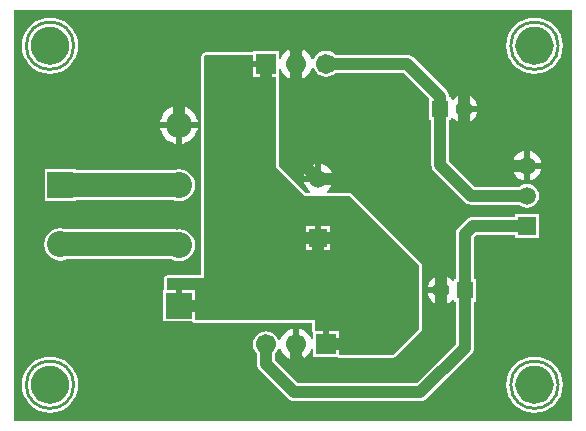
<source format=gbl>
G04 Layer_Physical_Order=2*
G04 Layer_Color=16711680*
%FSLAX23Y23*%
%MOIN*%
G70*
G01*
G75*
%ADD10C,0.010*%
%ADD11C,0.039*%
%ADD12C,0.079*%
%ADD13R,0.087X0.087*%
%ADD14C,0.087*%
%ADD15R,0.055X0.055*%
%ADD16C,0.055*%
%ADD17R,0.059X0.059*%
%ADD18C,0.059*%
%ADD19R,0.087X0.087*%
%ADD20R,0.067X0.067*%
%ADD21C,0.067*%
%ADD22C,0.059*%
%ADD23R,0.059X0.059*%
G36*
X1875Y15D02*
X15D01*
Y1385D01*
X1875D01*
Y15D01*
D02*
G37*
%LPC*%
G36*
X1020Y870D02*
X1017Y870D01*
X1005Y865D01*
X995Y857D01*
X987Y847D01*
X982Y835D01*
X982Y832D01*
X1020D01*
Y870D01*
D02*
G37*
G36*
X1773Y855D02*
X1735D01*
Y817D01*
X1738Y817D01*
X1750Y822D01*
X1760Y830D01*
X1768Y840D01*
X1773Y852D01*
X1773Y855D01*
D02*
G37*
G36*
X1715D02*
X1677D01*
X1677Y852D01*
X1682Y840D01*
X1690Y830D01*
X1700Y822D01*
X1712Y817D01*
X1715Y817D01*
Y855D01*
D02*
G37*
G36*
Y913D02*
X1712Y913D01*
X1700Y908D01*
X1690Y900D01*
X1682Y890D01*
X1677Y878D01*
X1677Y875D01*
X1715D01*
Y913D01*
D02*
G37*
G36*
X565Y854D02*
X551Y852D01*
X545Y850D01*
X223D01*
Y853D01*
X117D01*
Y747D01*
X223D01*
Y750D01*
X547D01*
X551Y748D01*
X565Y747D01*
X579Y748D01*
X592Y754D01*
X603Y762D01*
X612Y774D01*
X617Y786D01*
X619Y800D01*
X617Y814D01*
X612Y827D01*
X603Y838D01*
X592Y847D01*
X579Y852D01*
X565Y854D01*
D02*
G37*
G36*
X1040Y870D02*
Y832D01*
X1078D01*
X1078Y835D01*
X1073Y847D01*
X1065Y857D01*
X1055Y865D01*
X1043Y870D01*
X1040Y870D01*
D02*
G37*
G36*
X1430Y440D02*
X1394D01*
X1394Y438D01*
X1399Y426D01*
X1406Y416D01*
X1416Y409D01*
X1428Y404D01*
X1430Y404D01*
Y440D01*
D02*
G37*
G36*
X1750Y229D02*
X1732Y227D01*
X1714Y222D01*
X1698Y213D01*
X1683Y202D01*
X1672Y187D01*
X1663Y171D01*
X1658Y153D01*
X1656Y135D01*
X1658Y117D01*
X1663Y99D01*
X1672Y83D01*
X1683Y68D01*
X1698Y57D01*
X1714Y48D01*
X1732Y43D01*
X1750Y41D01*
X1768Y43D01*
X1786Y48D01*
X1802Y57D01*
X1817Y68D01*
X1828Y83D01*
X1837Y99D01*
X1842Y117D01*
X1844Y135D01*
X1842Y153D01*
X1837Y171D01*
X1828Y187D01*
X1817Y202D01*
X1802Y213D01*
X1786Y222D01*
X1768Y227D01*
X1750Y229D01*
D02*
G37*
G36*
X135D02*
X117Y227D01*
X99Y222D01*
X83Y213D01*
X68Y202D01*
X57Y187D01*
X48Y171D01*
X43Y153D01*
X41Y135D01*
X43Y117D01*
X48Y99D01*
X57Y83D01*
X68Y68D01*
X83Y57D01*
X99Y48D01*
X117Y43D01*
X135Y41D01*
X153Y43D01*
X171Y48D01*
X187Y57D01*
X202Y68D01*
X213Y83D01*
X222Y99D01*
X227Y117D01*
X229Y135D01*
X227Y153D01*
X222Y171D01*
X213Y187D01*
X202Y202D01*
X187Y213D01*
X171Y222D01*
X153Y227D01*
X135Y229D01*
D02*
G37*
G36*
X1765Y705D02*
X1685D01*
Y695D01*
X1545D01*
X1537Y694D01*
X1530Y691D01*
X1524Y686D01*
X1498Y660D01*
X1493Y654D01*
X1490Y646D01*
X1489Y639D01*
Y488D01*
X1481D01*
Y482D01*
X1476Y480D01*
X1474Y484D01*
X1464Y491D01*
X1452Y496D01*
X1450Y496D01*
Y450D01*
Y404D01*
X1452Y404D01*
X1464Y409D01*
X1474Y416D01*
X1476Y420D01*
X1481Y418D01*
Y412D01*
X1489D01*
Y271D01*
X1358Y140D01*
X962D01*
X885Y217D01*
Y238D01*
X886Y239D01*
X893Y248D01*
X897Y259D01*
X898Y261D01*
X903Y261D01*
X903Y256D01*
X909Y243D01*
X917Y232D01*
X928Y224D01*
X941Y218D01*
X945Y218D01*
Y270D01*
Y322D01*
X941Y322D01*
X928Y316D01*
X917Y308D01*
X909Y297D01*
X903Y284D01*
X903Y279D01*
X898Y279D01*
X897Y281D01*
X893Y292D01*
X886Y301D01*
X877Y308D01*
X866Y312D01*
X855Y314D01*
X844Y312D01*
X833Y308D01*
X824Y301D01*
X817Y292D01*
X813Y281D01*
X811Y270D01*
X813Y259D01*
X817Y248D01*
X824Y239D01*
X825Y238D01*
Y205D01*
X826Y197D01*
X829Y190D01*
X834Y184D01*
X929Y89D01*
X935Y84D01*
X942Y81D01*
X950Y80D01*
X1370D01*
X1378Y81D01*
X1385Y84D01*
X1391Y89D01*
X1540Y238D01*
X1545Y244D01*
X1546Y247D01*
X1548Y251D01*
X1549Y259D01*
Y412D01*
X1556D01*
Y488D01*
X1549D01*
Y626D01*
X1557Y635D01*
X1685D01*
Y625D01*
X1765D01*
Y705D01*
D02*
G37*
G36*
X170Y657D02*
X156Y655D01*
X143Y650D01*
X132Y641D01*
X123Y630D01*
X118Y617D01*
X116Y603D01*
X118Y589D01*
X123Y576D01*
X132Y565D01*
X143Y557D01*
X156Y551D01*
X170Y549D01*
X184Y551D01*
X189Y553D01*
X538D01*
X538Y553D01*
X551Y548D01*
X565Y546D01*
X579Y548D01*
X592Y553D01*
X603Y562D01*
X612Y573D01*
X617Y586D01*
X619Y600D01*
X617Y614D01*
X612Y626D01*
X603Y638D01*
X592Y646D01*
X579Y652D01*
X565Y653D01*
X557Y652D01*
X551Y653D01*
X189D01*
X184Y655D01*
X170Y657D01*
D02*
G37*
G36*
X1430Y496D02*
X1428Y496D01*
X1416Y491D01*
X1406Y484D01*
X1399Y474D01*
X1394Y462D01*
X1394Y460D01*
X1430D01*
Y496D01*
D02*
G37*
G36*
X1735Y913D02*
Y875D01*
X1773D01*
X1773Y878D01*
X1768Y890D01*
X1760Y900D01*
X1750Y908D01*
X1738Y913D01*
X1735Y913D01*
D02*
G37*
G36*
X945Y1257D02*
X941Y1257D01*
X928Y1251D01*
X917Y1243D01*
X909Y1232D01*
X903Y1219D01*
X898Y1220D01*
Y1248D01*
X812D01*
Y1245D01*
X655D01*
X651Y1244D01*
X648Y1242D01*
X643Y1237D01*
X641Y1234D01*
X640Y1230D01*
Y500D01*
X525D01*
X521Y499D01*
X518Y497D01*
X516Y494D01*
X515Y490D01*
Y452D01*
X512D01*
Y346D01*
X609D01*
X611Y343D01*
X614Y341D01*
X618Y340D01*
X1010D01*
Y313D01*
X1011Y310D01*
X1012Y308D01*
Y285D01*
X1007Y284D01*
X1001Y297D01*
X993Y308D01*
X982Y316D01*
X969Y322D01*
X965Y322D01*
Y270D01*
Y218D01*
X969Y218D01*
X982Y224D01*
X993Y232D01*
X1001Y243D01*
X1007Y256D01*
X1012Y255D01*
Y227D01*
X1093D01*
X1095Y226D01*
X1098Y225D01*
X1280D01*
X1284Y226D01*
X1287Y228D01*
X1372Y313D01*
X1374Y316D01*
X1375Y320D01*
Y535D01*
X1374Y539D01*
X1372Y542D01*
X1142Y772D01*
X1139Y774D01*
X1135Y775D01*
X1058D01*
X1057Y780D01*
X1065Y787D01*
X1073Y797D01*
X1078Y809D01*
X1078Y812D01*
X1030D01*
X982D01*
X982Y809D01*
X987Y797D01*
X995Y787D01*
X1003Y780D01*
X1002Y775D01*
X989D01*
X900Y864D01*
Y1162D01*
X899Y1165D01*
X898Y1167D01*
Y1190D01*
X903Y1191D01*
X909Y1178D01*
X917Y1167D01*
X928Y1159D01*
X941Y1153D01*
X945Y1153D01*
Y1205D01*
Y1257D01*
D02*
G37*
G36*
X575Y1064D02*
Y1011D01*
X627D01*
X627Y1014D01*
X623Y1025D01*
X618Y1036D01*
X610Y1046D01*
X600Y1054D01*
X589Y1060D01*
X577Y1063D01*
X575Y1064D01*
D02*
G37*
G36*
X1750Y1359D02*
X1732Y1357D01*
X1714Y1352D01*
X1698Y1343D01*
X1683Y1332D01*
X1672Y1317D01*
X1663Y1301D01*
X1658Y1283D01*
X1656Y1265D01*
X1658Y1247D01*
X1663Y1229D01*
X1672Y1213D01*
X1683Y1198D01*
X1698Y1187D01*
X1714Y1178D01*
X1732Y1173D01*
X1750Y1171D01*
X1768Y1173D01*
X1786Y1178D01*
X1802Y1187D01*
X1817Y1198D01*
X1828Y1213D01*
X1837Y1229D01*
X1842Y1247D01*
X1844Y1265D01*
X1842Y1283D01*
X1837Y1301D01*
X1828Y1317D01*
X1817Y1332D01*
X1802Y1343D01*
X1786Y1352D01*
X1768Y1357D01*
X1750Y1359D01*
D02*
G37*
G36*
X135D02*
X117Y1357D01*
X99Y1352D01*
X83Y1343D01*
X68Y1332D01*
X57Y1317D01*
X48Y1301D01*
X43Y1283D01*
X41Y1265D01*
X43Y1247D01*
X48Y1229D01*
X57Y1213D01*
X68Y1198D01*
X83Y1187D01*
X99Y1178D01*
X117Y1173D01*
X135Y1171D01*
X153Y1173D01*
X171Y1178D01*
X187Y1187D01*
X202Y1198D01*
X213Y1213D01*
X222Y1229D01*
X227Y1247D01*
X229Y1265D01*
X227Y1283D01*
X222Y1301D01*
X213Y1317D01*
X202Y1332D01*
X187Y1343D01*
X171Y1352D01*
X153Y1357D01*
X135Y1359D01*
D02*
G37*
G36*
X1524Y1101D02*
Y1065D01*
X1561D01*
X1560Y1067D01*
X1556Y1079D01*
X1548Y1089D01*
X1538Y1096D01*
X1527Y1101D01*
X1524Y1101D01*
D02*
G37*
G36*
X627Y991D02*
X575D01*
Y939D01*
X577Y939D01*
X589Y943D01*
X600Y949D01*
X610Y956D01*
X618Y966D01*
X623Y977D01*
X627Y989D01*
X627Y991D01*
D02*
G37*
G36*
X555D02*
X503D01*
X503Y989D01*
X507Y977D01*
X512Y966D01*
X520Y956D01*
X530Y949D01*
X541Y943D01*
X553Y939D01*
X555Y939D01*
Y991D01*
D02*
G37*
G36*
X965Y1257D02*
Y1205D01*
Y1153D01*
X969Y1153D01*
X982Y1159D01*
X993Y1167D01*
X1001Y1178D01*
X1007Y1191D01*
X1007Y1196D01*
X1012Y1196D01*
X1013Y1194D01*
X1017Y1183D01*
X1024Y1174D01*
X1033Y1167D01*
X1044Y1163D01*
X1055Y1161D01*
X1066Y1163D01*
X1077Y1167D01*
X1086Y1174D01*
X1087Y1175D01*
X1313D01*
X1398Y1090D01*
Y1017D01*
X1406D01*
Y869D01*
X1407Y862D01*
X1410Y854D01*
X1414Y848D01*
X1519Y744D01*
X1525Y739D01*
X1532Y736D01*
X1540Y735D01*
X1699D01*
X1705Y730D01*
X1715Y726D01*
X1725Y725D01*
X1735Y726D01*
X1745Y730D01*
X1753Y737D01*
X1760Y745D01*
X1764Y755D01*
X1765Y765D01*
X1764Y775D01*
X1760Y785D01*
X1753Y793D01*
X1745Y800D01*
X1735Y804D01*
X1725Y805D01*
X1715Y804D01*
X1705Y800D01*
X1699Y795D01*
X1552D01*
X1466Y882D01*
Y1017D01*
X1473D01*
Y1023D01*
X1478Y1025D01*
X1481Y1021D01*
X1491Y1014D01*
X1502Y1009D01*
X1505Y1009D01*
Y1055D01*
Y1101D01*
X1502Y1101D01*
X1491Y1096D01*
X1481Y1089D01*
X1478Y1085D01*
X1473Y1087D01*
Y1093D01*
X1466D01*
Y1094D01*
X1465Y1102D01*
X1462Y1109D01*
X1457Y1116D01*
X1346Y1226D01*
X1340Y1231D01*
X1333Y1234D01*
X1325Y1235D01*
X1087D01*
X1086Y1236D01*
X1077Y1243D01*
X1066Y1247D01*
X1055Y1249D01*
X1044Y1247D01*
X1033Y1243D01*
X1024Y1236D01*
X1017Y1227D01*
X1013Y1216D01*
X1012Y1214D01*
X1007Y1214D01*
X1007Y1219D01*
X1001Y1232D01*
X993Y1243D01*
X982Y1251D01*
X969Y1257D01*
X965Y1257D01*
D02*
G37*
G36*
X555Y1064D02*
X553Y1063D01*
X541Y1060D01*
X530Y1054D01*
X520Y1046D01*
X512Y1036D01*
X507Y1025D01*
X503Y1014D01*
X503Y1011D01*
X555D01*
Y1064D01*
D02*
G37*
G36*
X1561Y1045D02*
X1524D01*
Y1009D01*
X1527Y1009D01*
X1538Y1014D01*
X1548Y1021D01*
X1556Y1031D01*
X1560Y1043D01*
X1561Y1045D01*
D02*
G37*
%LPD*%
G36*
X1762Y197D02*
X1774Y194D01*
X1785Y188D01*
X1795Y180D01*
X1803Y170D01*
X1809Y159D01*
X1812Y147D01*
X1814Y135D01*
X1812Y123D01*
X1809Y111D01*
X1803Y100D01*
X1795Y90D01*
X1785Y82D01*
X1774Y76D01*
X1762Y73D01*
X1750Y71D01*
X1738Y73D01*
X1726Y76D01*
X1715Y82D01*
X1705Y90D01*
X1697Y100D01*
X1691Y111D01*
X1688Y123D01*
X1686Y135D01*
X1688Y147D01*
X1691Y159D01*
X1697Y170D01*
X1705Y180D01*
X1715Y188D01*
X1726Y194D01*
X1738Y197D01*
X1750Y199D01*
X1762Y197D01*
D02*
G37*
G36*
X147D02*
X159Y194D01*
X170Y188D01*
X180Y180D01*
X188Y170D01*
X194Y159D01*
X197Y147D01*
X199Y135D01*
X197Y123D01*
X194Y111D01*
X188Y100D01*
X180Y90D01*
X170Y82D01*
X159Y76D01*
X147Y73D01*
X135Y71D01*
X123Y73D01*
X111Y76D01*
X100Y82D01*
X90Y90D01*
X82Y100D01*
X76Y111D01*
X73Y123D01*
X71Y135D01*
X73Y147D01*
X76Y159D01*
X82Y170D01*
X90Y180D01*
X100Y188D01*
X111Y194D01*
X123Y197D01*
X135Y199D01*
X147Y197D01*
D02*
G37*
G36*
X812Y1215D02*
X855D01*
Y1205D01*
X865D01*
Y1162D01*
X890D01*
Y860D01*
X985Y765D01*
X1135D01*
X1365Y535D01*
Y320D01*
X1280Y235D01*
X1098D01*
Y260D01*
X1055D01*
Y270D01*
X1045D01*
Y313D01*
X1020D01*
Y350D01*
X618D01*
Y389D01*
X565D01*
Y399D01*
X555D01*
Y452D01*
X525D01*
Y490D01*
X645D01*
X650Y495D01*
Y1230D01*
X655Y1235D01*
X812D01*
Y1215D01*
D02*
G37*
%LPC*%
G36*
X1098Y313D02*
X1065D01*
Y280D01*
X1098D01*
Y313D01*
D02*
G37*
G36*
X1070Y615D02*
X1040D01*
Y585D01*
X1070D01*
Y615D01*
D02*
G37*
G36*
X1020Y665D02*
X990D01*
Y635D01*
X1020D01*
Y665D01*
D02*
G37*
G36*
X1070D02*
X1040D01*
Y635D01*
X1070D01*
Y665D01*
D02*
G37*
G36*
X618Y452D02*
X575D01*
Y409D01*
X618D01*
Y452D01*
D02*
G37*
G36*
X845Y1195D02*
X812D01*
Y1162D01*
X845D01*
Y1195D01*
D02*
G37*
G36*
X1020Y615D02*
X990D01*
Y585D01*
X1020D01*
Y615D01*
D02*
G37*
%LPD*%
G36*
X1762Y1327D02*
X1774Y1324D01*
X1785Y1318D01*
X1795Y1310D01*
X1803Y1300D01*
X1809Y1289D01*
X1812Y1277D01*
X1814Y1265D01*
X1812Y1253D01*
X1809Y1241D01*
X1803Y1230D01*
X1795Y1220D01*
X1785Y1212D01*
X1774Y1206D01*
X1762Y1203D01*
X1750Y1201D01*
X1738Y1203D01*
X1726Y1206D01*
X1715Y1212D01*
X1705Y1220D01*
X1697Y1230D01*
X1691Y1241D01*
X1688Y1253D01*
X1686Y1265D01*
X1688Y1277D01*
X1691Y1289D01*
X1697Y1300D01*
X1705Y1310D01*
X1715Y1318D01*
X1726Y1324D01*
X1738Y1327D01*
X1750Y1329D01*
X1762Y1327D01*
D02*
G37*
G36*
X147D02*
X159Y1324D01*
X170Y1318D01*
X180Y1310D01*
X188Y1300D01*
X194Y1289D01*
X197Y1277D01*
X199Y1265D01*
X197Y1253D01*
X194Y1241D01*
X188Y1230D01*
X180Y1220D01*
X170Y1212D01*
X159Y1206D01*
X147Y1203D01*
X135Y1201D01*
X123Y1203D01*
X111Y1206D01*
X100Y1212D01*
X90Y1220D01*
X82Y1230D01*
X76Y1241D01*
X73Y1253D01*
X71Y1265D01*
X73Y1277D01*
X76Y1289D01*
X82Y1300D01*
X90Y1310D01*
X100Y1318D01*
X111Y1324D01*
X123Y1327D01*
X135Y1329D01*
X147Y1327D01*
D02*
G37*
D10*
X1829Y135D02*
G03*
X1829Y135I-79J0D01*
G01*
X214D02*
G03*
X214Y135I-79J0D01*
G01*
X1829Y1265D02*
G03*
X1829Y1265I-79J0D01*
G01*
X214D02*
G03*
X214Y1265I-79J0D01*
G01*
D11*
X551Y603D02*
X565Y590D01*
X555Y800D02*
X565Y790D01*
Y1230D02*
X650Y1315D01*
X565Y1001D02*
Y1230D01*
X650Y1315D02*
X895D01*
X1148Y822D02*
X1440Y530D01*
X1320Y185D02*
X1440Y305D01*
X1519Y639D02*
X1545Y665D01*
X1725D01*
X955Y897D02*
X1030Y822D01*
X955Y897D02*
Y1205D01*
X1030Y822D02*
X1148D01*
X950Y110D02*
X1370D01*
X955Y1255D02*
X1005Y1305D01*
X1350D01*
X1514Y1141D01*
Y1055D02*
Y1141D01*
Y911D02*
Y1055D01*
Y911D02*
X1560Y865D01*
X1725D01*
X1540Y765D02*
X1725D01*
X1436Y869D02*
X1540Y765D01*
X1436Y869D02*
Y1055D01*
X565Y399D02*
X571Y405D01*
X910Y625D02*
X1030D01*
X855Y680D02*
X910Y625D01*
X855Y680D02*
Y1205D01*
X955D02*
Y1255D01*
X895Y1315D02*
X955Y1255D01*
X1225Y270D02*
X1310Y355D01*
Y520D01*
X1205Y625D02*
X1310Y520D01*
X1030Y625D02*
X1205D01*
X1030Y505D02*
Y625D01*
X924Y399D02*
X1030Y505D01*
X1055Y1205D02*
X1325D01*
X1436Y1094D01*
Y1055D02*
Y1094D01*
X565Y399D02*
X924D01*
X1370Y110D02*
X1519Y259D01*
X1440Y450D02*
Y530D01*
Y305D02*
Y450D01*
X1519D02*
Y639D01*
Y259D02*
Y450D01*
X855Y205D02*
Y270D01*
Y205D02*
X950Y110D01*
X955Y225D02*
Y270D01*
Y225D02*
X995Y185D01*
X1320D01*
X1055Y270D02*
X1225D01*
D12*
X170Y603D02*
X551D01*
X170Y800D02*
X555D01*
D13*
X170D02*
D03*
D14*
Y603D02*
D03*
X565Y1001D02*
D03*
Y800D02*
D03*
Y600D02*
D03*
D15*
X1436Y1055D02*
D03*
X1519Y450D02*
D03*
D16*
X1514Y1055D02*
D03*
X1440Y450D02*
D03*
D17*
X1725Y665D02*
D03*
D18*
Y765D02*
D03*
Y865D02*
D03*
D19*
X565Y399D02*
D03*
D20*
X1055Y270D02*
D03*
X855Y1205D02*
D03*
D21*
X955Y270D02*
D03*
X855D02*
D03*
X955Y1205D02*
D03*
X1055D02*
D03*
D22*
X1030Y822D02*
D03*
D23*
Y625D02*
D03*
M02*

</source>
